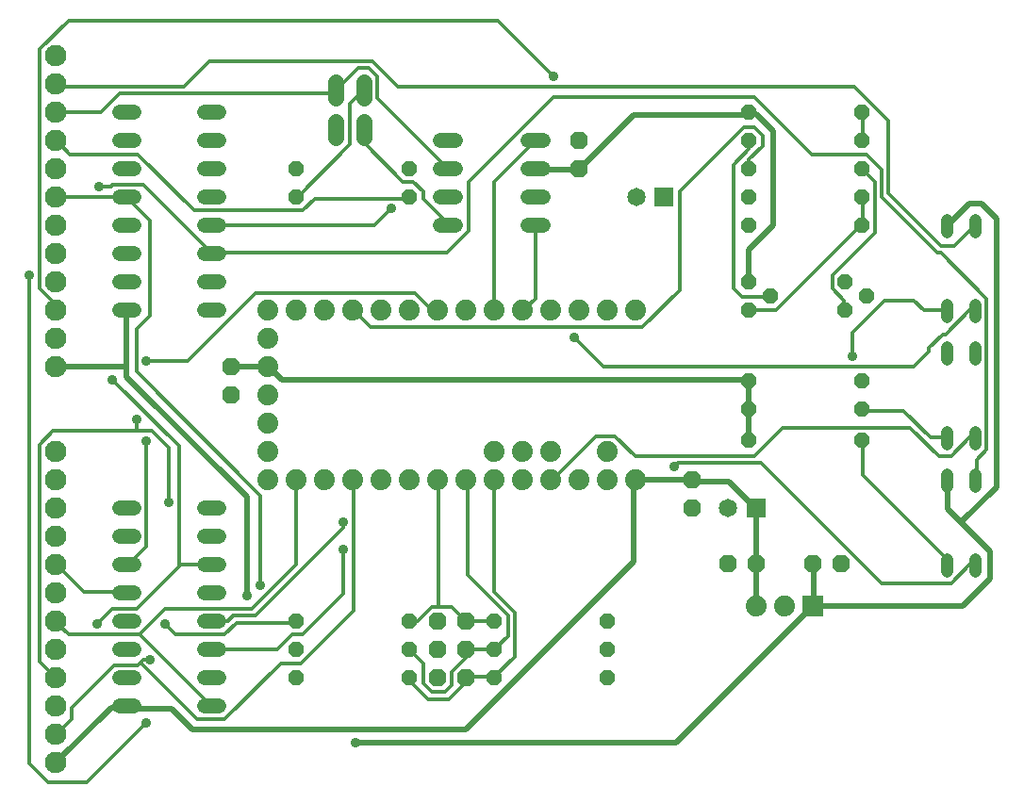
<source format=gbr>
G04 EAGLE Gerber RS-274X export*
G75*
%MOMM*%
%FSLAX34Y34*%
%LPD*%
%INBottom Copper*%
%IPPOS*%
%AMOC8*
5,1,8,0,0,1.08239X$1,22.5*%
G01*
%ADD10C,1.879600*%
%ADD11C,1.651000*%
%ADD12R,1.651000X1.651000*%
%ADD13P,1.429621X8X292.500000*%
%ADD14P,1.429621X8X202.500000*%
%ADD15P,1.429621X8X22.500000*%
%ADD16C,1.320800*%
%ADD17C,1.930400*%
%ADD18P,1.732040X8X202.500000*%
%ADD19P,1.732040X8X22.500000*%
%ADD20P,1.732040X8X292.500000*%
%ADD21C,1.108000*%
%ADD22P,1.732040X8X112.500000*%
%ADD23C,1.422400*%
%ADD24C,1.323000*%
%ADD25R,1.879600X1.879600*%
%ADD26C,0.508000*%
%ADD27C,0.304800*%
%ADD28C,0.914400*%


D10*
X246380Y289560D03*
X271780Y289560D03*
X297180Y289560D03*
X322580Y289560D03*
X347980Y289560D03*
X373380Y289560D03*
X398780Y289560D03*
X424180Y289560D03*
X449580Y289560D03*
X474980Y289560D03*
X500380Y289560D03*
X525780Y289560D03*
X551180Y289560D03*
X576580Y289560D03*
X246380Y441960D03*
X271780Y441960D03*
X297180Y441960D03*
X322580Y441960D03*
X347980Y441960D03*
X373380Y441960D03*
X398780Y441960D03*
X424180Y441960D03*
X449580Y441960D03*
X474980Y441960D03*
X500380Y441960D03*
X525780Y441960D03*
X551180Y441960D03*
X576580Y441960D03*
X246380Y314960D03*
X246380Y340360D03*
X246380Y365760D03*
X246380Y391160D03*
X246380Y416560D03*
X449580Y314960D03*
X474980Y314960D03*
X500380Y314960D03*
X551180Y314960D03*
D11*
X576780Y543560D03*
D12*
X601780Y543560D03*
D13*
X678180Y441960D03*
X697230Y454660D03*
X678180Y467360D03*
X764540Y441960D03*
X783590Y454660D03*
X764540Y467360D03*
D14*
X551180Y162560D03*
X449580Y162560D03*
D15*
X678180Y353060D03*
X779780Y353060D03*
X678180Y378460D03*
X779780Y378460D03*
X271780Y543560D03*
X373380Y543560D03*
D14*
X779780Y619760D03*
X678180Y619760D03*
X779780Y594360D03*
X678180Y594360D03*
D15*
X678180Y568960D03*
X779780Y568960D03*
D14*
X373380Y162560D03*
X271780Y162560D03*
X373380Y137160D03*
X271780Y137160D03*
X551180Y137160D03*
X449580Y137160D03*
D15*
X678180Y518160D03*
X779780Y518160D03*
D14*
X373380Y111760D03*
X271780Y111760D03*
D15*
X449580Y111760D03*
X551180Y111760D03*
D14*
X779780Y543560D03*
X678180Y543560D03*
D15*
X678180Y325120D03*
X779780Y325120D03*
D16*
X202184Y86360D02*
X188976Y86360D01*
X188976Y111760D02*
X202184Y111760D01*
X202184Y137160D02*
X188976Y137160D01*
X188976Y162560D02*
X202184Y162560D01*
X202184Y187960D02*
X188976Y187960D01*
X188976Y213360D02*
X202184Y213360D01*
X202184Y238760D02*
X188976Y238760D01*
X188976Y264160D02*
X202184Y264160D01*
X125984Y264160D02*
X112776Y264160D01*
X112776Y238760D02*
X125984Y238760D01*
X125984Y213360D02*
X112776Y213360D01*
X112776Y187960D02*
X125984Y187960D01*
X125984Y162560D02*
X112776Y162560D01*
X112776Y137160D02*
X125984Y137160D01*
X125984Y111760D02*
X112776Y111760D01*
X112776Y86360D02*
X125984Y86360D01*
D17*
X55880Y391160D03*
X55880Y416560D03*
X55880Y441960D03*
X55880Y467360D03*
X55880Y492760D03*
X55880Y518160D03*
X55880Y543560D03*
X55880Y568960D03*
X55880Y594360D03*
X55880Y619760D03*
X55880Y645160D03*
X55880Y670560D03*
D18*
X684530Y214630D03*
X659130Y214630D03*
D19*
X735330Y214630D03*
X760730Y214630D03*
D20*
X627380Y289560D03*
X627380Y264160D03*
X213360Y391160D03*
X213360Y365760D03*
D18*
X424180Y162560D03*
X398780Y162560D03*
D19*
X398780Y111760D03*
X424180Y111760D03*
D18*
X424180Y137160D03*
X398780Y137160D03*
D21*
X855980Y207820D02*
X855980Y218900D01*
X881380Y218900D02*
X881380Y207820D01*
X881380Y284020D02*
X881380Y295100D01*
X855980Y295100D02*
X855980Y284020D01*
X855980Y322120D02*
X855980Y333200D01*
X881380Y333200D02*
X881380Y322120D01*
X881380Y398320D02*
X881380Y409400D01*
X855980Y409400D02*
X855980Y398320D01*
X855980Y436420D02*
X855980Y447500D01*
X881380Y447500D02*
X881380Y436420D01*
X881380Y512620D02*
X881380Y523700D01*
X855980Y523700D02*
X855980Y512620D01*
D17*
X55880Y35560D03*
X55880Y60960D03*
X55880Y86360D03*
X55880Y111760D03*
X55880Y137160D03*
X55880Y162560D03*
X55880Y187960D03*
X55880Y213360D03*
X55880Y238760D03*
X55880Y264160D03*
X55880Y289560D03*
X55880Y314960D03*
D16*
X188976Y441960D02*
X202184Y441960D01*
X202184Y467360D02*
X188976Y467360D01*
X188976Y492760D02*
X202184Y492760D01*
X202184Y518160D02*
X188976Y518160D01*
X188976Y543560D02*
X202184Y543560D01*
X202184Y568960D02*
X188976Y568960D01*
X188976Y594360D02*
X202184Y594360D01*
X202184Y619760D02*
X188976Y619760D01*
X125984Y619760D02*
X112776Y619760D01*
X112776Y594360D02*
X125984Y594360D01*
X125984Y568960D02*
X112776Y568960D01*
X112776Y543560D02*
X125984Y543560D01*
X125984Y518160D02*
X112776Y518160D01*
X112776Y492760D02*
X125984Y492760D01*
X125984Y467360D02*
X112776Y467360D01*
X112776Y441960D02*
X125984Y441960D01*
D22*
X525780Y568960D03*
X525780Y594360D03*
D23*
X307340Y632968D02*
X307340Y647192D01*
X332740Y647192D02*
X332740Y632968D01*
D12*
X684330Y264160D03*
D11*
X659330Y264160D03*
D14*
X373380Y568960D03*
X271780Y568960D03*
D24*
X479795Y518160D02*
X493025Y518160D01*
X493025Y543560D02*
X479795Y543560D01*
X479795Y568960D02*
X493025Y568960D01*
X493025Y594360D02*
X479795Y594360D01*
X414285Y594360D02*
X401055Y594360D01*
X401055Y568960D02*
X414285Y568960D01*
X414285Y543560D02*
X401055Y543560D01*
X401055Y518160D02*
X414285Y518160D01*
D25*
X735330Y176530D03*
D10*
X709930Y176530D03*
X684530Y176530D03*
D23*
X332740Y597408D02*
X332740Y611632D01*
X307340Y611632D02*
X307340Y597408D01*
D26*
X678180Y496824D02*
X678180Y467360D01*
X678180Y496824D02*
X699516Y518160D01*
X699516Y603504D01*
X684276Y618744D01*
X678180Y618744D01*
X678180Y619760D01*
X525780Y568452D02*
X487680Y568452D01*
X525780Y568452D02*
X525780Y568960D01*
X487680Y568452D02*
X486410Y568960D01*
X574548Y617220D02*
X676656Y617220D01*
X574548Y617220D02*
X527304Y569976D01*
X676656Y617220D02*
X678180Y619760D01*
X527304Y569976D02*
X525780Y568960D01*
X118872Y85344D02*
X105156Y85344D01*
X56388Y36576D01*
X118872Y85344D02*
X119380Y86360D01*
X56388Y36576D02*
X55880Y35560D01*
X576580Y289560D02*
X627380Y289560D01*
X684276Y213360D02*
X684276Y176784D01*
X684276Y213360D02*
X684530Y214630D01*
X684276Y176784D02*
X684530Y176530D01*
X684276Y216408D02*
X684276Y263652D01*
X684330Y264160D01*
X684276Y216408D02*
X684530Y214630D01*
X659892Y288036D02*
X629412Y288036D01*
X659892Y288036D02*
X682752Y265176D01*
X629412Y288036D02*
X627380Y289560D01*
X682752Y265176D02*
X684330Y264160D01*
X160020Y83820D02*
X120396Y83820D01*
X160020Y83820D02*
X178308Y65532D01*
X423672Y65532D01*
X574548Y216408D01*
X574548Y288036D01*
X119380Y86360D02*
X120396Y83820D01*
X574548Y288036D02*
X576580Y289560D01*
D27*
X156972Y269748D02*
X156972Y318516D01*
X141732Y333756D01*
X128016Y333756D02*
X53340Y333756D01*
X128016Y333756D02*
X141732Y333756D01*
X53340Y333756D02*
X41148Y321564D01*
X41148Y126492D01*
X55880Y111760D01*
X128016Y333756D02*
X128016Y344424D01*
D28*
X156972Y269748D03*
X128016Y344424D03*
D27*
X167640Y213360D02*
X195580Y213360D01*
X166878Y212598D02*
X128016Y173736D01*
X166878Y212598D02*
X167640Y213360D01*
X128016Y173736D02*
X106680Y173736D01*
X92964Y160020D01*
X166116Y320040D02*
X106680Y379476D01*
X166116Y320040D02*
X166116Y213360D01*
X166878Y212598D01*
D28*
X92964Y160020D03*
X106680Y379476D03*
D27*
X134112Y128016D02*
X140208Y128016D01*
X131826Y125730D02*
X129540Y123444D01*
X131826Y125730D02*
X134112Y128016D01*
X129540Y123444D02*
X108204Y123444D01*
X70104Y85344D01*
X70104Y74676D01*
X56388Y60960D01*
X55880Y60960D01*
X323088Y172212D02*
X323088Y289560D01*
X323088Y172212D02*
X275844Y124968D01*
X257556Y124968D01*
X207264Y74676D01*
X182880Y74676D01*
X131826Y125730D01*
X322580Y289560D02*
X323088Y289560D01*
D28*
X140208Y128016D03*
D27*
X196596Y163068D02*
X210312Y163068D01*
X214884Y167640D01*
X234696Y167640D01*
X313944Y246888D01*
X313944Y251460D01*
X196596Y163068D02*
X195580Y162560D01*
D28*
X313944Y251460D03*
D27*
X254508Y137160D02*
X195580Y137160D01*
X254508Y137160D02*
X268224Y150876D01*
X277368Y150876D01*
X313944Y187452D01*
X313944Y227076D01*
X32004Y35052D02*
X32004Y473964D01*
X32004Y35052D02*
X48768Y18288D01*
X83820Y18288D01*
X137160Y71628D01*
D28*
X313944Y227076D03*
X32004Y473964D03*
X137160Y71628D03*
D27*
X393192Y441960D02*
X398780Y441960D01*
X393192Y441960D02*
X377952Y457200D01*
X234696Y457200D01*
X173736Y396240D01*
X137160Y396240D01*
D28*
X137160Y396240D03*
D27*
X424180Y137160D02*
X449580Y137160D01*
X425196Y204216D02*
X425196Y289560D01*
X425196Y204216D02*
X461772Y167640D01*
X461772Y149352D01*
X449580Y137160D01*
X425196Y289560D02*
X424180Y289560D01*
X423672Y137160D02*
X423672Y129540D01*
X411480Y117348D01*
X411480Y105156D01*
X405384Y99060D01*
X393192Y99060D01*
X385572Y106680D01*
X385572Y124968D01*
X373380Y137160D01*
X423672Y137160D02*
X424180Y137160D01*
X425196Y112776D02*
X449580Y112776D01*
X425196Y112776D02*
X424180Y111760D01*
X449580Y188976D02*
X449580Y289560D01*
X449580Y188976D02*
X467868Y170688D01*
X467868Y131064D01*
X449580Y112776D01*
X449580Y111760D01*
X423672Y111252D02*
X423672Y108204D01*
X408432Y92964D01*
X390144Y92964D01*
X373380Y109728D01*
X373380Y111760D01*
X423672Y111252D02*
X424180Y111760D01*
X876300Y213360D02*
X881380Y213360D01*
X876300Y213360D02*
X859536Y196596D01*
X797052Y196596D01*
X688848Y304800D01*
X614172Y304800D01*
X611124Y301752D01*
D28*
X611124Y301752D03*
D27*
X854964Y219456D02*
X854964Y213360D01*
X854964Y219456D02*
X780288Y294132D01*
X780288Y324612D01*
X854964Y213360D02*
X855980Y213360D01*
X780288Y324612D02*
X779780Y325120D01*
D26*
X856488Y289560D02*
X856488Y263652D01*
X868680Y251460D02*
X894588Y225552D01*
X868680Y251460D02*
X856488Y263652D01*
X894588Y225552D02*
X894588Y201168D01*
X870204Y176784D01*
X736092Y176784D01*
X855980Y289560D02*
X856488Y289560D01*
X736092Y176784D02*
X735330Y176530D01*
X856488Y518160D02*
X876300Y537972D01*
X886968Y537972D01*
X900684Y524256D01*
X900684Y283464D01*
X868680Y251460D01*
X856488Y518160D02*
X855980Y518160D01*
X736092Y213360D02*
X736092Y178308D01*
X736092Y213360D02*
X735330Y214630D01*
X736092Y178308D02*
X735330Y176530D01*
X227076Y185928D02*
X227076Y274320D01*
X118872Y382524D01*
X118872Y391668D02*
X118872Y441960D01*
X118872Y391668D02*
X118872Y382524D01*
X118872Y441960D02*
X119380Y441960D01*
X118872Y391668D02*
X56388Y391668D01*
X55880Y391160D01*
X612648Y53340D02*
X734568Y175260D01*
X612648Y53340D02*
X324612Y53340D01*
X734568Y175260D02*
X735330Y176530D01*
D28*
X227076Y185928D03*
X324612Y53340D03*
D27*
X882396Y289560D02*
X882396Y307848D01*
X891540Y316992D01*
X891540Y452628D01*
X850392Y493776D01*
X847344Y493776D01*
X797052Y544068D01*
X797052Y568452D01*
X783336Y582168D01*
X734568Y582168D01*
X682752Y633984D01*
X502920Y633984D01*
X426720Y557784D01*
X426720Y513588D01*
X406908Y493776D01*
X196596Y493776D01*
X881380Y289560D02*
X882396Y289560D01*
X196596Y493776D02*
X195580Y492760D01*
X105156Y553212D02*
X94488Y553212D01*
X105156Y553212D02*
X106680Y554736D01*
X134112Y554736D01*
X195072Y493776D01*
X195580Y492760D01*
D28*
X94488Y553212D03*
D27*
X841248Y327660D02*
X855980Y327660D01*
X841248Y327660D02*
X816864Y352044D01*
X780288Y352044D01*
X779780Y353060D01*
X835152Y441960D02*
X855980Y441960D01*
X835152Y441960D02*
X826008Y451104D01*
X800100Y451104D01*
X771144Y422148D01*
X771144Y400812D01*
D28*
X771144Y400812D03*
D27*
X862584Y499872D02*
X880872Y518160D01*
X862584Y499872D02*
X850392Y499872D01*
X803148Y547116D01*
X803148Y612648D01*
X772668Y643128D01*
X362712Y643128D01*
X339852Y665988D01*
X193548Y665988D01*
X170688Y643128D01*
X57912Y643128D01*
X55880Y645160D01*
X880872Y518160D02*
X881380Y518160D01*
X341376Y518160D02*
X195580Y518160D01*
X341376Y518160D02*
X356616Y533400D01*
D28*
X356616Y533400D03*
D27*
X876300Y327660D02*
X881380Y327660D01*
X876300Y327660D02*
X859536Y310896D01*
X848868Y310896D01*
X822960Y336804D01*
X708660Y336804D01*
X682752Y310896D01*
X576072Y310896D01*
X557784Y329184D01*
X541020Y329184D01*
X501396Y289560D01*
X500380Y289560D01*
X876300Y441960D02*
X881380Y441960D01*
X876300Y441960D02*
X854964Y420624D01*
X851916Y420624D01*
X839724Y408432D01*
X839724Y405384D01*
X826008Y391668D01*
X547116Y391668D01*
X521208Y417576D01*
D28*
X521208Y417576D03*
D27*
X195580Y86360D02*
X131064Y150876D01*
X67056Y150876D01*
X56388Y161544D01*
X55880Y162560D01*
X271272Y213360D02*
X271272Y289560D01*
X271272Y213360D02*
X231648Y173736D01*
X153924Y173736D01*
X131064Y150876D01*
X271272Y289560D02*
X271780Y289560D01*
X137160Y324612D02*
X137160Y230124D01*
X120396Y213360D01*
X119380Y213360D01*
D28*
X137160Y324612D03*
D27*
X288036Y542544D02*
X373380Y542544D01*
X288036Y542544D02*
X277368Y531876D01*
X179832Y531876D01*
X129540Y582168D01*
X68580Y582168D01*
X56388Y594360D01*
X373380Y543560D02*
X373380Y542544D01*
X56388Y594360D02*
X55880Y594360D01*
X344424Y632460D02*
X406908Y569976D01*
X344424Y632460D02*
X344424Y652272D01*
X336804Y659892D01*
X327660Y659892D01*
X307848Y640080D01*
X406908Y569976D02*
X407670Y568960D01*
X307848Y640080D02*
X307340Y640080D01*
X96012Y620268D02*
X56388Y620268D01*
X96012Y620268D02*
X112776Y637032D01*
X303276Y637032D01*
X306324Y640080D01*
X56388Y620268D02*
X55880Y619760D01*
X306324Y640080D02*
X307340Y640080D01*
X406908Y521208D02*
X406908Y518160D01*
X406908Y521208D02*
X385572Y542544D01*
X385572Y548640D01*
X376428Y557784D01*
X367284Y557784D01*
X333756Y591312D01*
X333756Y603504D01*
X406908Y518160D02*
X407670Y518160D01*
X333756Y603504D02*
X332740Y604520D01*
D26*
X678180Y353060D02*
X678180Y325120D01*
X678180Y353060D02*
X678180Y378460D01*
X245364Y391668D02*
X213360Y391668D01*
X213360Y391160D01*
X245364Y391668D02*
X246380Y391160D01*
X259080Y379476D02*
X676656Y379476D01*
X259080Y379476D02*
X248412Y390144D01*
X676656Y379476D02*
X678180Y378460D01*
X248412Y390144D02*
X246380Y391160D01*
D27*
X486156Y452628D02*
X486156Y518160D01*
X486156Y452628D02*
X475488Y441960D01*
X486156Y518160D02*
X486410Y518160D01*
X475488Y441960D02*
X474980Y441960D01*
X449580Y557784D02*
X486156Y594360D01*
X449580Y557784D02*
X449580Y441960D01*
X486156Y594360D02*
X486410Y594360D01*
X239268Y275844D02*
X239268Y195072D01*
X239268Y275844D02*
X128016Y387096D01*
X128016Y425196D01*
X140208Y437388D01*
X140208Y522732D01*
X119380Y543560D01*
X118872Y544068D02*
X56388Y544068D01*
X55880Y543560D01*
X118872Y544068D02*
X119380Y543560D01*
D28*
X239268Y195072D03*
D27*
X763524Y441960D02*
X763524Y451104D01*
X752856Y461772D01*
X752856Y473964D01*
X790956Y512064D01*
X790956Y557784D01*
X779780Y568960D01*
X764540Y441960D02*
X763524Y441960D01*
X780288Y594360D02*
X780288Y618744D01*
X780288Y594360D02*
X779780Y594360D01*
X780288Y618744D02*
X779780Y619760D01*
X678180Y594360D02*
X678180Y586740D01*
X664464Y573024D01*
X664464Y461772D01*
X672084Y454152D01*
X696468Y454152D01*
X697230Y454660D01*
X702564Y441960D02*
X678180Y441960D01*
X702564Y441960D02*
X778764Y518160D01*
X779780Y518160D01*
X780288Y518160D02*
X780288Y542544D01*
X779780Y543560D01*
X779780Y518160D02*
X780288Y518160D01*
X678180Y568960D02*
X678180Y577596D01*
X690372Y589788D01*
X690372Y598932D01*
X682752Y606552D01*
X673608Y606552D01*
X615696Y548640D01*
X615696Y460248D01*
X582168Y426720D01*
X338328Y426720D01*
X323088Y441960D01*
X322580Y441960D01*
X54864Y441960D02*
X54864Y448056D01*
X41148Y461772D01*
X41148Y676656D01*
X67056Y702564D01*
X452628Y702564D01*
X502920Y652272D01*
X55880Y441960D02*
X54864Y441960D01*
D28*
X502920Y652272D03*
D27*
X320040Y591312D02*
X272796Y544068D01*
X320040Y591312D02*
X320040Y627888D01*
X332232Y640080D01*
X272796Y544068D02*
X271780Y543560D01*
X332232Y640080D02*
X332740Y640080D01*
X373380Y163068D02*
X381000Y163068D01*
X393192Y175260D01*
X399288Y175260D02*
X411480Y175260D01*
X399288Y175260D02*
X393192Y175260D01*
X411480Y175260D02*
X424180Y162560D01*
X373380Y162560D02*
X373380Y163068D01*
X425196Y163068D02*
X449580Y163068D01*
X449580Y162560D01*
X425196Y163068D02*
X424180Y162560D01*
X399288Y175260D02*
X399288Y289560D01*
X398780Y289560D01*
X118872Y188976D02*
X80772Y188976D01*
X56388Y213360D01*
X118872Y188976D02*
X119380Y187960D01*
X56388Y213360D02*
X55880Y213360D01*
X217932Y161544D02*
X271272Y161544D01*
X217932Y161544D02*
X207264Y150876D01*
X163068Y150876D01*
X153924Y160020D01*
X271272Y161544D02*
X271780Y162560D01*
D28*
X153924Y160020D03*
M02*

</source>
